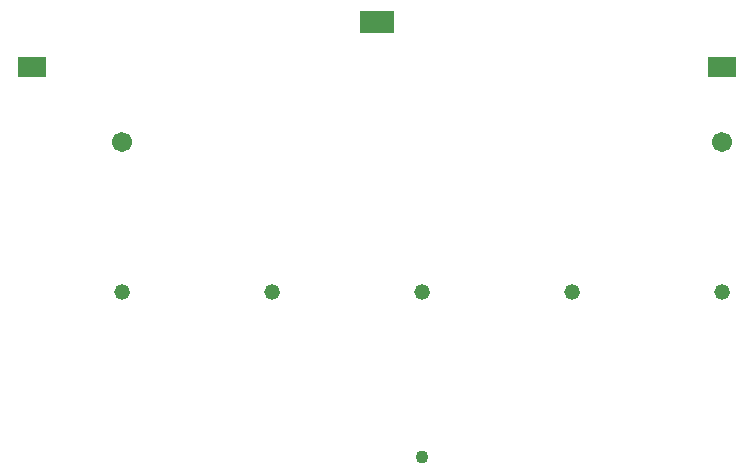
<source format=gbs>
G04 Layer: Bottom Solder Mask (GBS)*
%FSLAX24Y24*%
%MOIN*%
%ADD10C,0.052000*%
%ADD11C,0.067000*%
%ADD12C,0.043000*%
%ADD13R,0.092000X0.067000*%
%ADD14R,0.112000X0.072000*%
G01*
D10*
X05000Y10500D02*
X05000Y10500D03*
X10000Y10500D03*
X15000Y10500D03*
X20000Y10500D03*
X25000Y10500D03*
D11*
X05000Y15500D03*
X25000Y15500D03*
D12*
X15000Y05000D03*
D13*
X02000Y18000D03*
X25000Y18000D03*
D14*
X13500Y19500D03*
%
M02*

</source>
